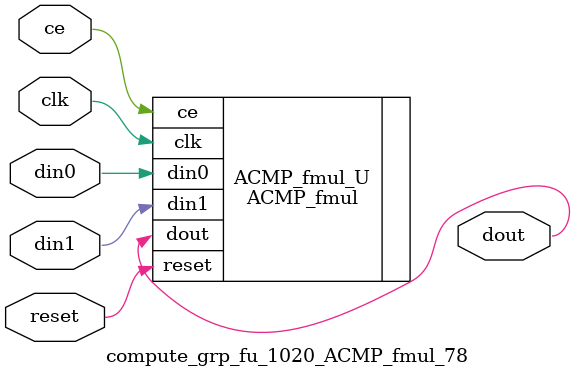
<source format=v>

`timescale 1 ns / 1 ps
module compute_grp_fu_1020_ACMP_fmul_78(
    clk,
    reset,
    ce,
    din0,
    din1,
    dout);

parameter ID = 32'd1;
parameter NUM_STAGE = 32'd1;
parameter din0_WIDTH = 32'd1;
parameter din1_WIDTH = 32'd1;
parameter dout_WIDTH = 32'd1;
input clk;
input reset;
input ce;
input[din0_WIDTH - 1:0] din0;
input[din1_WIDTH - 1:0] din1;
output[dout_WIDTH - 1:0] dout;



ACMP_fmul #(
.ID( ID ),
.NUM_STAGE( 4 ),
.din0_WIDTH( din0_WIDTH ),
.din1_WIDTH( din1_WIDTH ),
.dout_WIDTH( dout_WIDTH ))
ACMP_fmul_U(
    .clk( clk ),
    .reset( reset ),
    .ce( ce ),
    .din0( din0 ),
    .din1( din1 ),
    .dout( dout ));

endmodule

</source>
